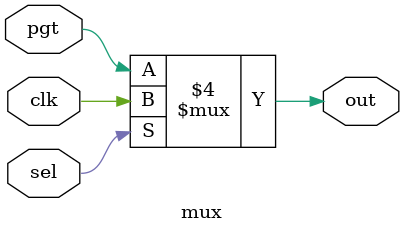
<source format=v>
module mux(
    input wire sel, pgt, clk,
    output reg out
);

    always @(*) begin
        if (sel == 1) begin
            out = clk;
        end

        else begin
            out = pgt;
        end
    end
endmodule
</source>
